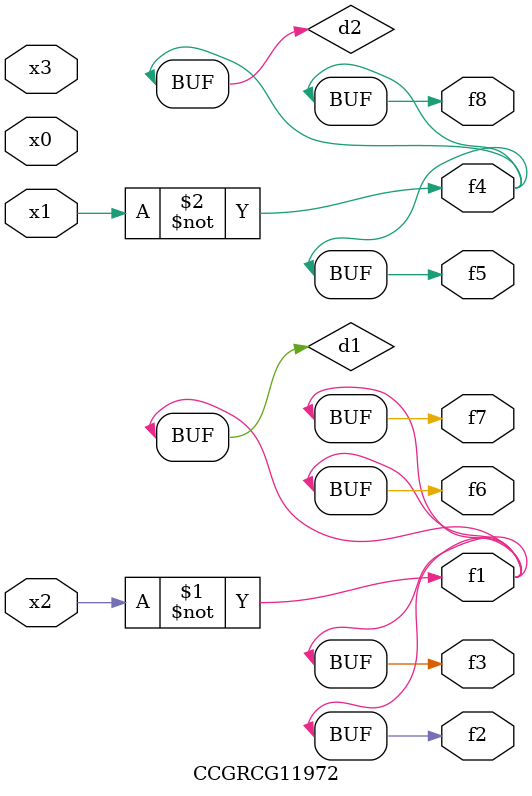
<source format=v>
module CCGRCG11972(
	input x0, x1, x2, x3,
	output f1, f2, f3, f4, f5, f6, f7, f8
);

	wire d1, d2;

	xnor (d1, x2);
	not (d2, x1);
	assign f1 = d1;
	assign f2 = d1;
	assign f3 = d1;
	assign f4 = d2;
	assign f5 = d2;
	assign f6 = d1;
	assign f7 = d1;
	assign f8 = d2;
endmodule

</source>
